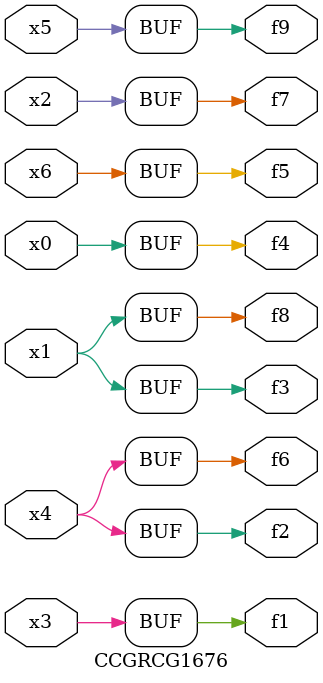
<source format=v>
module CCGRCG1676(
	input x0, x1, x2, x3, x4, x5, x6,
	output f1, f2, f3, f4, f5, f6, f7, f8, f9
);
	assign f1 = x3;
	assign f2 = x4;
	assign f3 = x1;
	assign f4 = x0;
	assign f5 = x6;
	assign f6 = x4;
	assign f7 = x2;
	assign f8 = x1;
	assign f9 = x5;
endmodule

</source>
